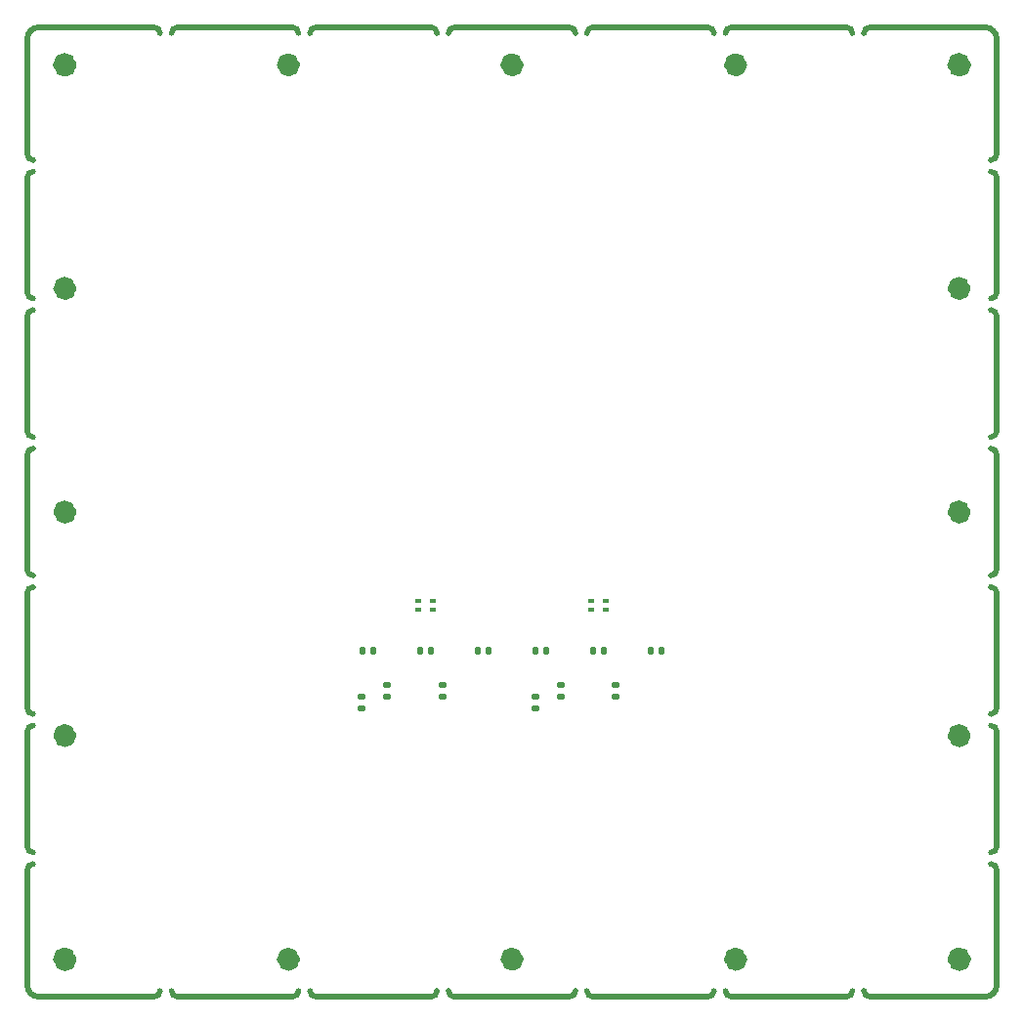
<source format=gtp>
G04 #@! TF.GenerationSoftware,KiCad,Pcbnew,(6.0.2)*
G04 #@! TF.CreationDate,2022-03-05T21:26:04+01:00*
G04 #@! TF.ProjectId,stencil,7374656e-6369-46c2-9e6b-696361645f70,rev?*
G04 #@! TF.SameCoordinates,Original*
G04 #@! TF.FileFunction,Paste,Top*
G04 #@! TF.FilePolarity,Positive*
%FSLAX46Y46*%
G04 Gerber Fmt 4.6, Leading zero omitted, Abs format (unit mm)*
G04 Created by KiCad (PCBNEW (6.0.2)) date 2022-03-05 21:26:04*
%MOMM*%
%LPD*%
G01*
G04 APERTURE LIST*
G04 Aperture macros list*
%AMRoundRect*
0 Rectangle with rounded corners*
0 $1 Rounding radius*
0 $2 $3 $4 $5 $6 $7 $8 $9 X,Y pos of 4 corners*
0 Add a 4 corners polygon primitive as box body*
4,1,4,$2,$3,$4,$5,$6,$7,$8,$9,$2,$3,0*
0 Add four circle primitives for the rounded corners*
1,1,$1+$1,$2,$3*
1,1,$1+$1,$4,$5*
1,1,$1+$1,$6,$7*
1,1,$1+$1,$8,$9*
0 Add four rect primitives between the rounded corners*
20,1,$1+$1,$2,$3,$4,$5,0*
20,1,$1+$1,$4,$5,$6,$7,0*
20,1,$1+$1,$6,$7,$8,$9,0*
20,1,$1+$1,$8,$9,$2,$3,0*%
G04 Aperture macros list end*
%ADD10C,0.500000*%
%ADD11C,1.050000*%
%ADD12C,1.000000*%
%ADD13R,0.600000X0.400000*%
%ADD14RoundRect,0.147500X-0.147500X-0.172500X0.147500X-0.172500X0.147500X0.172500X-0.147500X0.172500X0*%
%ADD15RoundRect,0.147500X-0.172500X0.147500X-0.172500X-0.147500X0.172500X-0.147500X0.172500X0.147500X0*%
G04 APERTURE END LIST*
D10*
X105500109Y-27500031D02*
X105500109Y-37500031D01*
X94000109Y-110000031D02*
G75*
G03*
X94500109Y-110500031I500001J1D01*
G01*
X21500109Y-61500031D02*
G75*
G03*
X22000109Y-62000031I500001J1D01*
G01*
X105000109Y-62000031D02*
G75*
G03*
X105500109Y-61500031I-1J500001D01*
G01*
X22000109Y-39000031D02*
G75*
G03*
X21500109Y-39500031I1J-500001D01*
G01*
X22000109Y-75000031D02*
G75*
G03*
X21500109Y-75500031I1J-500001D01*
G01*
D11*
X25275109Y-107250031D02*
G75*
G03*
X25275109Y-107250031I-525000J0D01*
G01*
D10*
X82000109Y-110000031D02*
G75*
G03*
X82500109Y-110500031I500001J1D01*
G01*
X105500109Y-51500031D02*
X105500109Y-61500031D01*
X105500109Y-75500031D02*
G75*
G03*
X105000109Y-75000031I-500001J-1D01*
G01*
X21500109Y-63500031D02*
X21500109Y-73500031D01*
X105500109Y-87500031D02*
X105500109Y-97500031D01*
X105500109Y-75500031D02*
X105500109Y-85500031D01*
X21500109Y-99500031D02*
X21500109Y-109500031D01*
D11*
X102775109Y-29750031D02*
G75*
G03*
X102775109Y-29750031I-525000J0D01*
G01*
D10*
X22500109Y-26500031D02*
X32500109Y-26500031D01*
X21500109Y-49500031D02*
G75*
G03*
X22000109Y-50000031I500001J1D01*
G01*
X94500109Y-110500031D02*
X104500109Y-110500031D01*
X45000109Y-27000031D02*
G75*
G03*
X44500109Y-26500031I-500001J-1D01*
G01*
X32500109Y-110500031D02*
G75*
G03*
X33000109Y-110000031I-1J500001D01*
G01*
X80500109Y-110500031D02*
G75*
G03*
X81000109Y-110000031I-1J500001D01*
G01*
X21500109Y-51500031D02*
X21500109Y-61500031D01*
D11*
X25275109Y-29750031D02*
G75*
G03*
X25275109Y-29750031I-525000J0D01*
G01*
D12*
X102750109Y-87875031D02*
G75*
G03*
X102750109Y-87875031I-500000J0D01*
G01*
D10*
X105500109Y-39500031D02*
X105500109Y-49500031D01*
X46500109Y-26500031D02*
G75*
G03*
X46000109Y-27000031I1J-500001D01*
G01*
X105500109Y-63500031D02*
X105500109Y-73500031D01*
X34500109Y-26500031D02*
X44500109Y-26500031D01*
X58500109Y-26500031D02*
G75*
G03*
X58000109Y-27000031I1J-500001D01*
G01*
X82500109Y-26500031D02*
G75*
G03*
X82000109Y-27000031I1J-500001D01*
G01*
X105500109Y-99500031D02*
G75*
G03*
X105000109Y-99000031I-500001J-1D01*
G01*
X105500109Y-51500031D02*
G75*
G03*
X105000109Y-51000031I-500001J-1D01*
G01*
X81000109Y-27000031D02*
G75*
G03*
X80500109Y-26500031I-500001J-1D01*
G01*
X57000109Y-27000031D02*
G75*
G03*
X56500109Y-26500031I-500001J-1D01*
G01*
D12*
X44625109Y-107250031D02*
G75*
G03*
X44625109Y-107250031I-500000J0D01*
G01*
D10*
X93000109Y-27000031D02*
G75*
G03*
X92500109Y-26500031I-500001J-1D01*
G01*
X105500109Y-63500031D02*
G75*
G03*
X105000109Y-63000031I-500001J-1D01*
G01*
X105500109Y-39500031D02*
G75*
G03*
X105000109Y-39000031I-500001J-1D01*
G01*
X92500109Y-110500031D02*
G75*
G03*
X93000109Y-110000031I-1J500001D01*
G01*
X105500109Y-87500031D02*
G75*
G03*
X105000109Y-87000031I-500001J-1D01*
G01*
X82500109Y-110500031D02*
X92500109Y-110500031D01*
X46500109Y-26500031D02*
X56500109Y-26500031D01*
X105500109Y-27500031D02*
G75*
G03*
X104500109Y-26500031I-999999J1D01*
G01*
X21500109Y-27500031D02*
X21500109Y-37500031D01*
D12*
X25250109Y-49125031D02*
G75*
G03*
X25250109Y-49125031I-500000J0D01*
G01*
D10*
X104500109Y-110500031D02*
G75*
G03*
X105500109Y-109500031I1J999999D01*
G01*
X94500109Y-26500031D02*
X104500109Y-26500031D01*
X105500109Y-99500031D02*
X105500109Y-109500031D01*
X58000109Y-110000031D02*
G75*
G03*
X58500109Y-110500031I500001J1D01*
G01*
X21500109Y-39500031D02*
X21500109Y-49500031D01*
X33000109Y-27000031D02*
G75*
G03*
X32500109Y-26500031I-500001J-1D01*
G01*
X105000109Y-86000031D02*
G75*
G03*
X105500109Y-85500031I-1J500001D01*
G01*
X44500109Y-110500031D02*
G75*
G03*
X45000109Y-110000031I-1J500001D01*
G01*
D12*
X102750109Y-68500031D02*
G75*
G03*
X102750109Y-68500031I-500000J0D01*
G01*
X64000109Y-107250031D02*
G75*
G03*
X64000109Y-107250031I-500000J0D01*
G01*
D10*
X21500109Y-109500031D02*
G75*
G03*
X22500109Y-110500031I999999J-1D01*
G01*
D12*
X83375109Y-107250031D02*
G75*
G03*
X83375109Y-107250031I-500000J0D01*
G01*
D10*
X82500109Y-26500031D02*
X92500109Y-26500031D01*
X22000109Y-51000031D02*
G75*
G03*
X21500109Y-51500031I1J-500001D01*
G01*
X94500109Y-26500031D02*
G75*
G03*
X94000109Y-27000031I1J-500001D01*
G01*
X105000109Y-98000031D02*
G75*
G03*
X105500109Y-97500031I-1J500001D01*
G01*
X21500109Y-37500031D02*
G75*
G03*
X22000109Y-38000031I500001J1D01*
G01*
X46500109Y-110500031D02*
X56500109Y-110500031D01*
X58500109Y-26500031D02*
X68500109Y-26500031D01*
X70500109Y-26500031D02*
G75*
G03*
X70000109Y-27000031I1J-500001D01*
G01*
D12*
X25250109Y-68500031D02*
G75*
G03*
X25250109Y-68500031I-500000J0D01*
G01*
D10*
X70500109Y-26500031D02*
X80500109Y-26500031D01*
X21500109Y-73500031D02*
G75*
G03*
X22000109Y-74000031I500001J1D01*
G01*
D12*
X102750109Y-49125031D02*
G75*
G03*
X102750109Y-49125031I-500000J0D01*
G01*
D10*
X22000109Y-87000031D02*
G75*
G03*
X21500109Y-87500031I1J-500001D01*
G01*
X22000109Y-63000031D02*
G75*
G03*
X21500109Y-63500031I1J-500001D01*
G01*
X105000109Y-38000031D02*
G75*
G03*
X105500109Y-37500031I-1J500001D01*
G01*
X105000109Y-74000031D02*
G75*
G03*
X105500109Y-73500031I-1J500001D01*
G01*
X21500109Y-87500031D02*
X21500109Y-97500031D01*
X21500109Y-85500031D02*
G75*
G03*
X22000109Y-86000031I500001J1D01*
G01*
D12*
X83375109Y-29750031D02*
G75*
G03*
X83375109Y-29750031I-500000J0D01*
G01*
X64000109Y-29750031D02*
G75*
G03*
X64000109Y-29750031I-500000J0D01*
G01*
D10*
X46000109Y-110000031D02*
G75*
G03*
X46500109Y-110500031I500001J1D01*
G01*
D12*
X44625109Y-29750031D02*
G75*
G03*
X44625109Y-29750031I-500000J0D01*
G01*
D10*
X22000109Y-99000031D02*
G75*
G03*
X21500109Y-99500031I1J-500001D01*
G01*
X56500109Y-110500031D02*
G75*
G03*
X57000109Y-110000031I-1J500001D01*
G01*
X105000109Y-50000031D02*
G75*
G03*
X105500109Y-49500031I-1J500001D01*
G01*
D12*
X25250109Y-87875031D02*
G75*
G03*
X25250109Y-87875031I-500000J0D01*
G01*
D10*
X34500109Y-110500031D02*
X44500109Y-110500031D01*
D11*
X102775109Y-107250031D02*
G75*
G03*
X102775109Y-107250031I-525000J0D01*
G01*
D10*
X68500109Y-110500031D02*
G75*
G03*
X69000109Y-110000031I-1J500001D01*
G01*
X22500109Y-26500031D02*
G75*
G03*
X21500109Y-27500031I-1J-999999D01*
G01*
X70500109Y-110500031D02*
X80500109Y-110500031D01*
X34500109Y-26500031D02*
G75*
G03*
X34000109Y-27000031I1J-500001D01*
G01*
X58500109Y-110500031D02*
X68500109Y-110500031D01*
X21500109Y-75500031D02*
X21500109Y-85500031D01*
X21500109Y-97500031D02*
G75*
G03*
X22000109Y-98000031I500001J1D01*
G01*
X70000109Y-110000031D02*
G75*
G03*
X70500109Y-110500031I500001J1D01*
G01*
X34000109Y-110000031D02*
G75*
G03*
X34500109Y-110500031I500001J1D01*
G01*
X69000109Y-27000031D02*
G75*
G03*
X68500109Y-26500031I-500001J-1D01*
G01*
X22500109Y-110500031D02*
X32500109Y-110500031D01*
D13*
G04 #@! TO.C,D2*
X55350001Y-76180001D03*
X56650001Y-76180001D03*
X56650001Y-76980001D03*
X55350001Y-76980001D03*
G04 #@! TD*
D14*
G04 #@! TO.C,R7*
X60515001Y-80500001D03*
X61485001Y-80500001D03*
G04 #@! TD*
G04 #@! TO.C,R6*
X55515001Y-80500001D03*
X56485001Y-80500001D03*
G04 #@! TD*
G04 #@! TO.C,R5*
X50515001Y-80500001D03*
X51485001Y-80500001D03*
G04 #@! TD*
D15*
G04 #@! TO.C,R4*
X57500001Y-83515001D03*
X57500001Y-84485001D03*
G04 #@! TD*
G04 #@! TO.C,R3*
X52700001Y-83515001D03*
X52700001Y-84485001D03*
G04 #@! TD*
G04 #@! TO.C,R2*
X50500001Y-84515001D03*
X50500001Y-85485001D03*
G04 #@! TD*
D13*
G04 #@! TO.C,D2*
X70350018Y-76180001D03*
X71650018Y-76180001D03*
X71650018Y-76980001D03*
X70350018Y-76980001D03*
G04 #@! TD*
D14*
G04 #@! TO.C,R7*
X75515018Y-80500001D03*
X76485018Y-80500001D03*
G04 #@! TD*
G04 #@! TO.C,R6*
X70515018Y-80500001D03*
X71485018Y-80500001D03*
G04 #@! TD*
G04 #@! TO.C,R5*
X65515018Y-80500001D03*
X66485018Y-80500001D03*
G04 #@! TD*
D15*
G04 #@! TO.C,R4*
X72500018Y-83515001D03*
X72500018Y-84485001D03*
G04 #@! TD*
G04 #@! TO.C,R3*
X67700018Y-83515001D03*
X67700018Y-84485001D03*
G04 #@! TD*
G04 #@! TO.C,R2*
X65500018Y-84515001D03*
X65500018Y-85485001D03*
G04 #@! TD*
M02*

</source>
